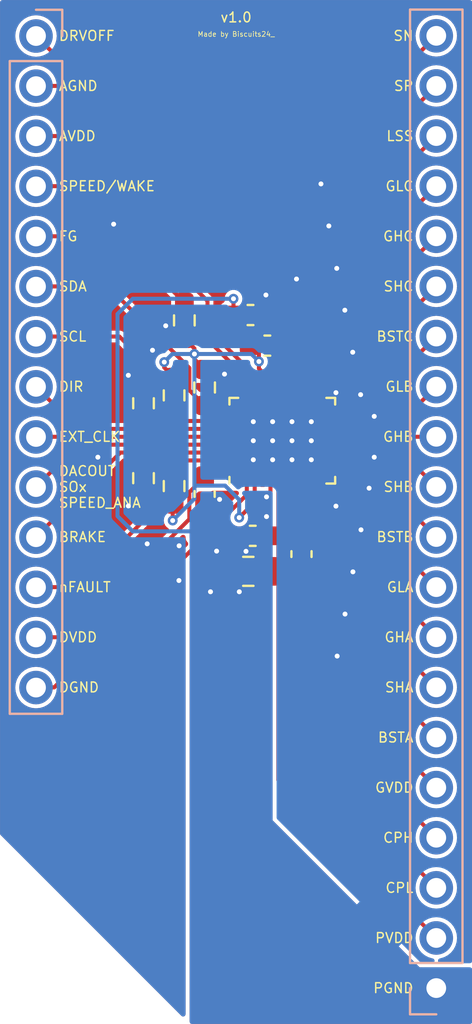
<source format=kicad_pcb>
(kicad_pcb (version 20221018) (generator pcbnew)
  (title_block (title "MCT8329A Breakout (25V max)") (date "2023-04-10") (rev "1.0") (company "Biscuits24_"))
  (layers (0 "F.Cu" signal) (31 "B.Cu" signal) (34 "B.Paste" user) (35 "F.Paste" user) (36 "B.SilkS" user "B.Silkscreen") (37 "F.SilkS" user "F.Silkscreen") (38 "B.Mask" user) (39 "F.Mask" user) (44 "Edge.Cuts" user))
  (net 0 "")
  (net 1 "DVDD")
  (net 2 "DGND")
  (net 3 "AVDD")
  (net 4 "GND")
  (net 5 "AGND")
  (net 6 "PVDD")
  (net 7 "/CPL")
  (net 8 "/CPH")
  (net 9 "/DRVOFF")
  (net 10 "/SPEED{slash}WAKE")
  (net 11 "/FG")
  (net 12 "/SDA")
  (net 13 "/SCL")
  (net 14 "/DIR")
  (net 15 "/EXT_CLK")
  (net 16 "/DACOUT{slash}SOx{slash}SPEED_ANA")
  (net 17 "/BRAKE")
  (net 18 "/nFAULT")
  (net 19 "/GVDD")
  (net 20 "/BSTA")
  (net 21 "/SHA")
  (net 22 "/GHA")
  (net 23 "/GLA")
  (net 24 "/BSTB")
  (net 25 "/SHB")
  (net 26 "/GHB")
  (net 27 "/GLB")
  (net 28 "/BSTC")
  (net 29 "/SHC")
  (net 30 "/GHC")
  (net 31 "/GLC")
  (net 32 "/LSS")
  (net 33 "/SP")
  (net 34 "/SN")
  (net 36 "PGND")
  (footprint "Capacitor_SMD:C_0805_2012Metric_Pad1.18x1.45mm_HandSolder" (layer "F.Cu") (at 143.307001 87.215 180)
    (fp_text reference "C5" hide)
    (fp_text value "10µF/50V" hide)
    (fp_line (start -0.261252 -0.735) (end 0.261252 -0.735) (stroke (width 0.12)) (layer "F.SilkS"))
    (fp_line (start -0.261252 0.735) (end 0.261252 0.735) (stroke (width 0.12)) (layer "F.SilkS"))
    (pad "1" smd roundrect (at -1.0375 0 180) (size 1.175 1.45) (layers "F.Cu" "F.Paste" "F.Mask") (roundrect_rratio 0.2127659574) (net 6 "PVDD"))
    (pad "2" smd roundrect (at 1.0375 0 180) (size 1.175 1.45) (layers "F.Cu" "F.Paste" "F.Mask") (roundrect_rratio 0.2127659574) (net 36 "PGND"))
  )
  (footprint "Capacitor_SMD:C_0603_1608Metric_Pad1.08x0.95mm_HandSolder" (layer "F.Cu") (at 146.003 86.34 90)
    (fp_text reference "C6" hide)
    (fp_text value "470nF/25V" hide)
    (fp_line (start -0.146267 -0.51) (end 0.146267 -0.51) (stroke (width 0.12)) (layer "F.SilkS"))
    (fp_line (start -0.146267 0.51) (end 0.146267 0.51) (stroke (width 0.12)) (layer "F.SilkS"))
    (pad "1" smd roundrect (at -0.8625 0 90) (size 1.075 0.95) (layers "F.Cu" "F.Paste" "F.Mask") (net 7 "/CPL"))
    (pad "2" smd roundrect (at 0.8625 0 90) (size 1.075 0.95) (layers "F.Cu" "F.Paste" "F.Mask") (net 8 "/CPH"))
  )
  (footprint "Capacitor_SMD:C_0603_1608Metric_Pad1.08x0.95mm_HandSolder" (layer "F.Cu") (at 143.417998 74.2253 180)
    (fp_text reference "C2" hide)
    (fp_text value "1µF/10V" hide)
    (fp_line (start -0.146267 -0.51) (end 0.146267 -0.51) (stroke (width 0.12)) (layer "F.SilkS"))
    (fp_line (start -0.146267 0.51) (end 0.146267 0.51) (stroke (width 0.12)) (layer "F.SilkS"))
    (pad "1" smd roundrect (at -0.8625 0 180) (size 1.075 0.95) (layers "F.Cu" "F.Paste" "F.Mask") (net 3 "AVDD"))
    (pad "2" smd roundrect (at 0.8625 0 180) (size 1.075 0.95) (layers "F.Cu" "F.Paste" "F.Mask") (net 36 "PGND"))
  )
  (footprint "Capacitor_SMD:C_0603_1608Metric_Pad1.08x0.95mm_HandSolder" (layer "F.Cu") (at 143.532001 85.415 180)
    (fp_text reference "C4" hide)
    (fp_text value "0.1µF/50V" hide)
    (fp_line (start -0.146267 -0.51) (end 0.146267 -0.51) (stroke (width 0.12)) (layer "F.SilkS"))
    (fp_line (start -0.146267 0.51) (end 0.146267 0.51) (stroke (width 0.12)) (layer "F.SilkS"))
    (pad "1" smd roundrect (at -0.8625 0 180) (size 1.075 0.95) (layers "F.Cu" "F.Paste" "F.Mask") (net 6 "PVDD"))
    (pad "2" smd roundrect (at 0.8625 0 180) (size 1.075 0.95) (layers "F.Cu" "F.Paste" "F.Mask") (net 36 "PGND"))
  )
  (footprint "Texas_Instruments:MCT8329A1IREER" (layer "F.Cu") (at 145.03 80.595 90)
    (fp_text reference "U1" hide)
    (fp_text value "MCT8329A" hide)
    (fp_line (start -2.1717 2.234739) (end -2.1717 2.6797) (stroke (width 0.12)) (layer "F.SilkS"))
    (fp_line (start -2.1717 2.6797) (end -1.83474 2.6797) (stroke (width 0.12)) (layer "F.SilkS"))
    (fp_line (start -1.83474 -2.6797) (end -2.1717 -2.6797) (stroke (width 0.12)) (layer "F.SilkS"))
    (fp_line (start 1.83474 2.6797) (end 2.1717 2.6797) (stroke (width 0.12)) (layer "F.SilkS"))
    (fp_line (start 2.1717 -2.6797) (end 1.83474 -2.6797) (stroke (width 0.12)) (layer "F.SilkS"))
    (fp_line (start 2.1717 -2.234739) (end 2.1717 -2.6797) (stroke (width 0.12)) (layer "F.SilkS"))
    (fp_line (start 2.1717 2.6797) (end 2.1717 2.234739) (stroke (width 0.12)) (layer "F.SilkS"))
    (pad "1" smd rect (at -1.9407 -1.799999 180) (size 0.204 0.807999) (layers "F.Cu" "F.Paste" "F.Mask") (net 2 "DGND"))
    (pad "2" smd rect (at -1.9407 -1.4 180) (size 0.204 0.807999) (layers "F.Cu" "F.Paste" "F.Mask") (net 3 "AVDD"))
    (pad "3" smd rect (at -1.9407 -1.000001 180) (size 0.204 0.807999) (layers "F.Cu" "F.Paste" "F.Mask"))
    (pad "4" smd rect (at -1.9407 -0.599999 180) (size 0.204 0.807999) (layers "F.Cu" "F.Paste" "F.Mask") (net 36 "PGND"))
    (pad "5" smd rect (at -1.9407 -0.2 180) (size 0.204 0.807999) (layers "F.Cu" "F.Paste" "F.Mask") (net 6 "PVDD"))
    (pad "6" smd rect (at -1.9407 0.2 180) (size 0.204 0.807999) (layers "F.Cu" "F.Paste" "F.Mask") (net 7 "/CPL"))
    (pad "7" smd rect (at -1.9407 0.599999 180) (size 0.204 0.807999) (layers "F.Cu" "F.Paste" "F.Mask") (net 8 "/CPH"))
    (pad "8" smd rect (at -1.9407 1.000001 180) (size 0.204 0.807999) (layers "F.Cu" "F.Paste" "F.Mask") (net 19 "/GVDD"))
    (pad "9" smd rect (at -1.9407 1.4 180) (size 0.204 0.807999) (layers "F.Cu" "F.Paste" "F.Mask") (net 20 "/BSTA"))
    (pad "10" smd rect (at -1.9407 1.799999 180) (size 0.204 0.807999) (layers "F.Cu" "F.Paste" "F.Mask") (net 21 "/SHA"))
    (pad "11" smd rect (at -1.4 2.4487 90) (size 0.204 0.807999) (layers "F.Cu" "F.Paste" "F.Mask") (net 22 "/GHA"))
    (pad "12" smd rect (at -1.000001 2.4487 90) (size 0.204 0.807999) (layers "F.Cu" "F.Paste" "F.Mask") (net 23 "/GLA"))
    (pad "13" smd rect (at -0.599999 2.4487 90) (size 0.204 0.807999) (layers "F.Cu" "F.Paste" "F.Mask") (net 24 "/BSTB"))
    (pad "14" smd rect (at -0.2 2.4487 90) (size 0.204 0.807999) (layers "F.Cu" "F.Paste" "F.Mask") (net 25 "/SHB"))
    (pad "15" smd rect (at 0.2 2.4487 90) (size 0.204 0.807999) (layers "F.Cu" "F.Paste" "F.Mask") (net 26 "/GHB"))
    (pad "16" smd rect (at 0.599999 2.4487 90) (size 0.204 0.807999) (layers "F.Cu" "F.Paste" "F.Mask") (net 27 "/GLB"))
    (pad "17" smd rect (at 1.000001 2.4487 90) (size 0.204 0.807999) (layers "F.Cu" "F.Paste" "F.Mask") (net 28 "/BSTC"))
    (pad "18" smd rect (at 1.4 2.4487 90) (size 0.204 0.807999) (layers "F.Cu" "F.Paste" "F.Mask") (net 29 "/SHC"))
    (pad "19" smd rect (at 1.9407 1.799999 180) (size 0.204 0.807999) (layers "F.Cu" "F.Paste" "F.Mask") (net 30 "/GHC"))
    (pad "20" smd rect (at 1.9407 1.4 180) (size 0.204 0.807999) (layers "F.Cu" "F.Paste" "F.Mask") (net 31 "/GLC"))
    (pad "21" smd rect (at 1.9407 1.000001 180) (size 0.204 0.807999) (layers "F.Cu" "F.Paste" "F.Mask") (net 32 "/LSS"))
    (pad "22" smd rect (at 1.9407 0.599999 180) (size 0.204 0.807999) (layers "F.Cu" "F.Paste" "F.Mask") (net 33 "/SP"))
    (pad "23" smd rect (at 1.9407 0.2 180) (size 0.204 0.807999) (layers "F.Cu" "F.Paste" "F.Mask") (net 34 "/SN"))
    (pad "24" smd rect (at 1.9407 -0.2 180) (size 0.204 0.807999) (layers "F.Cu" "F.Paste" "F.Mask") (net 9 "/DRVOFF"))
    (pad "25" smd rect (at 1.9407 -0.599999 180) (size 0.204 0.807999) (layers "F.Cu" "F.Paste" "F.Mask") (net 5 "AGND"))
    (pad "26" smd rect (at 1.9407 -1.000001 180) (size 0.204 0.807999) (layers "F.Cu" "F.Paste" "F.Mask") (net 3 "AVDD"))
    (pad "27" smd rect (at 1.9407 -1.4 180) (size 0.204 0.807999) (layers "F.Cu" "F.Paste" "F.Mask") (net 10 "/SPEED{slash}WAKE"))
    (pad "28" smd rect (at 1.9407 -1.799999 180) (size 0.204 0.807999) (layers "F.Cu" "F.Paste" "F.Mask") (net 11 "/FG"))
    (pad "29" smd rect (at 1.4 -2.4487 90) (size 0.204 0.807999) (layers "F.Cu" "F.Paste" "F.Mask") (net 12 "/SDA"))
    (pad "30" smd rect (at 1.000001 -2.4487 90) (size 0.204 0.807999) (layers "F.Cu" "F.Paste" "F.Mask") (net 13 "/SCL"))
    (pad "31" smd rect (at 0.599999 -2.4487 90) (size 0.204 0.807999) (layers "F.Cu" "F.Paste" "F.Mask") (net 14 "/DIR"))
    (pad "32" smd rect (at 0.2 -2.4487 90) (size 0.204 0.807999) (layers "F.Cu" "F.Paste" "F.Mask") (net 15 "/EXT_CLK"))
    (pad "33" smd rect (at -0.2 -2.4487 90) (size 0.204 0.807999) (layers "F.Cu" "F.Paste" "F.Mask") (net 16 "/DACOUT{slash}SOx{slash}SPEED_ANA"))
    (pad "34" smd rect (at -0.599999 -2.4487 90) (size 0.204 0.807999) (layers "F.Cu" "F.Paste" "F.Mask") (net 17 "/BRAKE"))
    (pad "35" smd rect (at -1.000001 -2.4487 90) (size 0.204 0.807999) (layers "F.Cu" "F.Paste" "F.Mask") (net 18 "/nFAULT"))
    (pad "36" smd rect (at -1.4 -2.4487 90) (size 0.204 0.807999) (layers "F.Cu" "F.Paste" "F.Mask") (net 1 "DVDD"))
    (pad "37" smd rect (at 0 0 90) (size 2.794 3.81) (layers "F.Cu" "F.Mask") (net 4 "GND"))
  )
  (footprint "Capacitor_SMD:C_0603_1608Metric_Pad1.08x0.95mm_HandSolder" (layer "F.Cu") (at 144.271999 75.7753)
    (fp_text reference "C3" hide)
    (fp_text value "1µF/6.3V" hide)
    (fp_line (start -0.146267 -0.51) (end 0.146267 -0.51) (stroke (width 0.12)) (layer "F.SilkS"))
    (fp_line (start -0.146267 0.51) (end 0.146267 0.51) (stroke (width 0.12)) (layer "F.SilkS"))
    (pad "1" smd roundrect (at -0.8625 0) (size 1.075 0.95) (layers "F.Cu" "F.Paste" "F.Mask") (net 3 "AVDD"))
    (pad "2" smd roundrect (at 0.8625 0) (size 1.075 0.95) (layers "F.Cu" "F.Paste" "F.Mask") (net 5 "AGND"))
  )
  (footprint "Resistor_SMD:R_0603_1608Metric_Pad0.98x0.95mm_HandSolder" (layer "F.Cu") (at 140.065 74.497 90)
    (fp_text reference "R6" hide)
    (fp_text value "5.1kΩ" hide)
    (fp_line (start -0.254724 -0.5225) (end 0.254724 -0.5225) (stroke (width 0.12)) (layer "F.SilkS"))
    (fp_line (start -0.254724 0.5225) (end 0.254724 0.5225) (stroke (width 0.12)) (layer "F.SilkS"))
    (pad "1" smd roundrect (at -0.9125 0 90) (size 0.975 0.95) (layers "F.Cu" "F.Paste" "F.Mask") (net 3 "AVDD"))
    (pad "2" smd roundrect (at 0.9125 0 90) (size 0.975 0.95) (layers "F.Cu" "F.Paste" "F.Mask") (net 11 "/FG"))
  )
  (footprint "Capacitor_SMD:C_0603_1608Metric_Pad1.08x0.95mm_HandSolder" (layer "F.Cu") (at 141.093 83.293 -90)
    (fp_text reference "C1" hide)
    (fp_text value "1µF/4V" hide)
    (fp_line (start -0.146267 -0.51) (end 0.146267 -0.51) (stroke (width 0.12)) (layer "F.SilkS"))
    (fp_line (start -0.146267 0.51) (end 0.146267 0.51) (stroke (width 0.12)) (layer "F.SilkS"))
    (pad "1" smd roundrect (at -0.8625 0 270) (size 1.075 0.95) (layers "F.Cu" "F.Paste" "F.Mask") (net 1 "DVDD"))
    (pad "2" smd roundrect (at 0.8625 0 270) (size 1.075 0.95) (layers "F.Cu" "F.Paste" "F.Mask") (net 36 "PGND"))
  )
  (footprint "Resistor_SMD:R_0603_1608Metric_Pad0.98x0.95mm_HandSolder" (layer "F.Cu") (at 139.545 78.296999 90)
    (fp_text reference "R3" hide)
    (fp_text value "5.1kΩ" hide)
    (fp_line (start -0.254724 -0.5225) (end 0.254724 -0.5225) (stroke (width 0.12)) (layer "F.SilkS"))
    (fp_line (start -0.254724 0.5225) (end 0.254724 0.5225) (stroke (width 0.12)) (layer "F.SilkS"))
    (pad "1" smd roundrect (at -0.9125 0 90) (size 0.975 0.95) (layers "F.Cu" "F.Paste" "F.Mask") (net 13 "/SCL"))
    (pad "2" smd roundrect (at 0.9125 0 90) (size 0.975 0.95) (layers "F.Cu" "F.Paste" "F.Mask") (net 3 "AVDD"))
  )
  (footprint "Resistor_SMD:R_0603_1608Metric_Pad0.98x0.95mm_HandSolder" (layer "F.Cu") (at 139.545 82.893001 90)
    (fp_text reference "R4" hide)
    (fp_text value "5.1kΩ" hide)
    (fp_line (start -0.254724 -0.5225) (end 0.254724 -0.5225) (stroke (width 0.12)) (layer "F.SilkS"))
    (fp_line (start -0.254724 0.5225) (end 0.254724 0.5225) (stroke (width 0.12)) (layer "F.SilkS"))
    (pad "1" smd roundrect (at -0.9125 0 90) (size 0.975 0.95) (layers "F.Cu" "F.Paste" "F.Mask") (net 3 "AVDD"))
    (pad "2" smd roundrect (at 0.9125 0 90) (size 0.975 0.95) (layers "F.Cu" "F.Paste" "F.Mask") (net 18 "/nFAULT"))
  )
  (footprint "Resistor_SMD:R_0603_1608Metric_Pad0.98x0.95mm_HandSolder" (layer "F.Cu") (at 141.093 77.897 90)
    (fp_text reference "R5" hide)
    (fp_text value "5.1kΩ" hide)
    (fp_line (start -0.254724 -0.5225) (end 0.254724 -0.5225) (stroke (width 0.12)) (layer "F.SilkS"))
    (fp_line (start -0.254724 0.5225) (end 0.254724 0.5225) (stroke (width 0.12)) (layer "F.SilkS"))
    (pad "1" smd roundrect (at -0.9125 0 90) (size 0.975 0.95) (layers "F.Cu" "F.Paste" "F.Mask") (net 12 "/SDA"))
    (pad "2" smd roundrect (at 0.9125 0 90) (size 0.975 0.95) (layers "F.Cu" "F.Paste" "F.Mask") (net 3 "AVDD"))
  )
  (footprint "Resistor_SMD:R_0603_1608Metric_Pad0.98x0.95mm_HandSolder" (layer "F.Cu") (at 137.995 78.697001 -90)
    (fp_text reference "R2" hide)
    (fp_text value "5.1kΩ" hide)
    (fp_line (start -0.254724 -0.5225) (end 0.254724 -0.5225) (stroke (width 0.12)) (layer "F.SilkS"))
    (fp_line (start -0.254724 0.5225) (end 0.254724 0.5225) (stroke (width 0.12)) (layer "F.SilkS"))
    (pad "1" smd roundrect (at -0.9125 0 270) (size 0.975 0.95) (layers "F.Cu" "F.Paste" "F.Mask") (net 4 "GND"))
    (pad "2" smd roundrect (at 0.9125 0 270) (size 0.975 0.95) (layers "F.Cu" "F.Paste" "F.Mask") (net 14 "/DIR"))
  )
  (footprint "Resistor_SMD:R_0603_1608Metric_Pad0.98x0.95mm_HandSolder" (layer "F.Cu") (at 137.995 82.492999 -90)
    (fp_text reference "R1" hide)
    (fp_text value "5.1kΩ" hide)
    (fp_line (start -0.254724 -0.5225) (end 0.254724 -0.5225) (stroke (width 0.12)) (layer "F.SilkS"))
    (fp_line (start -0.254724 0.5225) (end 0.254724 0.5225) (stroke (width 0.12)) (layer "F.SilkS"))
    (pad "1" smd roundrect (at -0.9125 0 270) (size 0.975 0.95) (layers "F.Cu" "F.Paste" "F.Mask") (net 17 "/BRAKE"))
    (pad "2" smd roundrect (at 0.9125 0 270) (size 0.975 0.95) (layers "F.Cu" "F.Paste" "F.Mask") (net 4 "GND"))
  )
  (footprint "Connector_PinHeader_2.54mm:PinHeader_1x20_P2.54mm_Vertical" (layer "B.Cu") (at 152.835 108.335)
    (fp_text reference "J2" hide)
    (fp_text value "Conn_01x20" hide)
    (fp_line (start -1.33 -49.59) (end 1.33 -49.59) (stroke (width 0.12)) (layer "B.SilkS"))
    (fp_line (start -1.33 -1.27) (end -1.33 -49.59) (stroke (width 0.12)) (layer "B.SilkS"))
    (fp_line (start -1.33 -1.27) (end 1.33 -1.27) (stroke (width 0.12)) (layer "B.SilkS"))
    (fp_line (start -1.33 0) (end -1.33 1.33) (stroke (width 0.12)) (layer "B.SilkS"))
    (fp_line (start -1.33 1.33) (end 0 1.33) (stroke (width 0.12)) (layer "B.SilkS"))
    (fp_line (start 1.33 -1.27) (end 1.33 -49.59) (stroke (width 0.12)) (layer "B.SilkS"))
    (pad "1" thru_hole circle (at 0 0) (size 1.7 1.7) (drill 1) (layers "*.Cu" "*.Mask") (net 36 "PGND"))
    (pad "2" thru_hole oval (at 0 -2.54) (size 1.7 1.7) (drill 1) (layers "*.Cu" "*.Mask") (net 6 "PVDD"))
    (pad "3" thru_hole oval (at 0 -5.08) (size 1.7 1.7) (drill 1) (layers "*.Cu" "*.Mask") (net 7 "/CPL"))
    (pad "4" thru_hole oval (at 0 -7.62) (size 1.7 1.7) (drill 1) (layers "*.Cu" "*.Mask") (net 8 "/CPH"))
    (pad "5" thru_hole oval (at 0 -10.16) (size 1.7 1.7) (drill 1) (layers "*.Cu" "*.Mask") (net 19 "/GVDD"))
    (pad "6" thru_hole oval (at 0 -12.7) (size 1.7 1.7) (drill 1) (layers "*.Cu" "*.Mask") (net 20 "/BSTA"))
    (pad "7" thru_hole oval (at 0 -15.24) (size 1.7 1.7) (drill 1) (layers "*.Cu" "*.Mask") (net 21 "/SHA"))
    (pad "8" thru_hole oval (at 0 -17.78) (size 1.7 1.7) (drill 1) (layers "*.Cu" "*.Mask") (net 22 "/GHA"))
    (pad "9" thru_hole oval (at 0 -20.32) (size 1.7 1.7) (drill 1) (layers "*.Cu" "*.Mask") (net 23 "/GLA"))
    (pad "10" thru_hole oval (at 0 -22.86) (size 1.7 1.7) (drill 1) (layers "*.Cu" "*.Mask") (net 24 "/BSTB"))
    (pad "11" thru_hole oval (at 0 -25.4) (size 1.7 1.7) (drill 1) (layers "*.Cu" "*.Mask") (net 25 "/SHB"))
    (pad "12" thru_hole oval (at 0 -27.94) (size 1.7 1.7) (drill 1) (layers "*.Cu" "*.Mask") (net 26 "/GHB"))
    (pad "13" thru_hole oval (at 0 -30.48) (size 1.7 1.7) (drill 1) (layers "*.Cu" "*.Mask") (net 27 "/GLB"))
    (pad "14" thru_hole oval (at 0 -33.02) (size 1.7 1.7) (drill 1) (layers "*.Cu" "*.Mask") (net 28 "/BSTC"))
    (pad "15" thru_hole oval (at 0 -35.56) (size 1.7 1.7) (drill 1) (layers "*.Cu" "*.Mask") (net 29 "/SHC"))
    (pad "16" thru_hole oval (at 0 -38.1) (size 1.7 1.7) (drill 1) (layers "*.Cu" "*.Mask") (net 30 "/GHC"))
    (pad "17" thru_hole oval (at 0 -40.64) (size 1.7 1.7) (drill 1) (layers "*.Cu" "*.Mask") (net 31 "/GLC"))
    (pad "18" thru_hole oval (at 0 -43.18) (size 1.7 1.7) (drill 1) (layers "*.Cu" "*.Mask") (net 32 "/LSS"))
    (pad "19" thru_hole oval (at 0 -45.72) (size 1.7 1.7) (drill 1) (layers "*.Cu" "*.Mask") (net 33 "/SP"))
    (pad "20" thru_hole oval (at 0 -48.26) (size 1.7 1.7) (drill 1) (layers "*.Cu" "*.Mask") (net 34 "/SN"))
  )
  (footprint "NetTie:NetTie-2_SMD_Pad2.0mm" (layer "B.Cu") (at 149.8 105.94 45)
    (fp_text reference "NT1" hide)
    (fp_text value "NetTie_2" hide)
    (fp_poly (pts (xy -2 1) (xy 2 1) (xy 2 -1) (xy -2 -1)) (fill solid) (layer "B.Cu"))
    (pad "1" smd circle (at -2 0 45) (size 2 2) (layers "B.Cu") (net 36 "PGND"))
    (pad "2" smd circle (at 2 0 45) (size 2 2) (layers "B.Cu") (net 4 "GND"))
  )
  (footprint "Connector_PinHeader_2.54mm:PinHeader_1x14_P2.54mm_Vertical" (layer "B.Cu") (at 132.545 60.085 180)
    (fp_text reference "J1" hide)
    (fp_text value "Conn_01x14" hide)
    (fp_line (start -1.33 -34.35) (end 1.33 -34.35) (stroke (width 0.12)) (layer "B.SilkS"))
    (fp_line (start -1.33 -1.27) (end -1.33 -34.35) (stroke (width 0.12)) (layer "B.SilkS"))
    (fp_line (start -1.33 -1.27) (end 1.33 -1.27) (stroke (width 0.12)) (layer "B.SilkS"))
    (fp_line (start -1.33 0) (end -1.33 1.33) (stroke (width 0.12)) (layer "B.SilkS"))
    (fp_line (start -1.33 1.33) (end 0 1.33) (stroke (width 0.12)) (layer "B.SilkS"))
    (fp_line (start 1.33 -1.27) (end 1.33 -34.35) (stroke (width 0.12)) (layer "B.SilkS"))
    (pad "1" thru_hole circle (at 0 0 180) (size 1.7 1.7) (drill 1) (layers "*.Cu" "*.Mask") (net 9 "/DRVOFF"))
    (pad "2" thru_hole oval (at 0 -2.54 180) (size 1.7 1.7) (drill 1) (layers "*.Cu" "*.Mask") (net 5 "AGND"))
    (pad "3" thru_hole oval (at 0 -5.08 180) (size 1.7 1.7) (drill 1) (layers "*.Cu" "*.Mask") (net 3 "AVDD"))
    (pad "4" thru_hole oval (at 0 -7.62 180) (size 1.7 1.7) (drill 1) (layers "*.Cu" "*.Mask") (net 10 "/SPEED{slash}WAKE"))
    (pad "5" thru_hole oval (at 0 -10.16 180) (size 1.7 1.7) (drill 1) (layers "*.Cu" "*.Mask") (net 11 "/FG"))
    (pad "6" thru_hole oval (at 0 -12.7 180) (size 1.7 1.7) (drill 1) (layers "*.Cu" "*.Mask") (net 12 "/SDA"))
    (pad "7" thru_hole oval (at 0 -15.24 180) (size 1.7 1.7) (drill 1) (layers "*.Cu" "*.Mask") (net 13 "/SCL"))
    (pad "8" thru_hole oval (at 0 -17.78 180) (size 1.7 1.7) (drill 1) (layers "*.Cu" "*.Mask") (net 14 "/DIR"))
    (pad "9" thru_hole oval (at 0 -20.32 180) (size 1.7 1.7) (drill 1) (layers "*.Cu" "*.Mask") (net 15 "/EXT_CLK"))
    (pad "10" thru_hole oval (at 0 -22.86 180) (size 1.7 1.7) (drill 1) (layers "*.Cu" "*.Mask") (net 16 "/DACOUT{slash}SOx{slash}SPEED_ANA"))
    (pad "11" thru_hole oval (at 0 -25.4 180) (size 1.7 1.7) (drill 1) (layers "*.Cu" "*.Mask") (net 17 "/BRAKE"))
    (pad "12" thru_hole oval (at 0 -27.94 180) (size 1.7 1.7) (drill 1) (layers "*.Cu" "*.Mask") (net 18 "/nFAULT"))
    (pad "13" thru_hole oval (at 0 -30.48 180) (size 1.7 1.7) (drill 1) (layers "*.Cu" "*.Mask") (net 1 "DVDD"))
    (pad "14" thru_hole oval (at 0 -33.02 180) (size 1.7 1.7) (drill 1) (layers "*.Cu" "*.Mask") (net 2 "DGND"))
  )
  (footprint "NetTie:NetTie-2_SMD_Pad2.0mm" (layer "B.Cu") (at 149.09 105.23 45)
    (fp_text reference "NT1" hide)
    (fp_text value "NetTie_2" hide)
    (fp_poly (pts (xy -2 1) (xy 2 1) (xy 2 -1) (xy -2 -1)) (fill solid) (layer "B.Cu"))
    (pad "1" smd circle (at -2.000001 0 45) (size 2 2) (layers "B.Cu") (net 36 "PGND"))
    (pad "2" smd circle (at 2.000001 0 45) (size 2 2) (layers "B.Cu") (net 4 "GND"))
  )
  (gr_line (start 130.72 58.26) (end 130.72 100.55) (stroke (width 0.001)) (layer "Edge.Cuts"))
  (gr_line (start 140.33 110.16) (end 154.66 110.16) (stroke (width 0.001)) (layer "Edge.Cuts"))
  (gr_line (start 154.66 110.16) (end 154.66 58.26) (stroke (width 0.001)) (layer "Edge.Cuts"))
  (gr_line (start 154.66 58.26) (end 130.72 58.26) (stroke (width 0.001)) (layer "Edge.Cuts"))
  (gr_line (start 130.72 100.55) (end 140.33 110.16) (stroke (width 0.001)) (layer "Edge.Cuts"))
  (gr_text "GHA" (at 151.72 90.555) (layer "F.SilkS") (effects (font (size 0.5 0.5) (thickness 0.075)) (justify right)))
  (gr_text "FG" (at 133.66 70.235) (layer "F.SilkS") (effects (font (size 0.5 0.5) (thickness 0.075)) (justify left)))
  (gr_text "BSTB" (at 151.72 85.475) (layer "F.SilkS") (effects (font (size 0.5 0.5) (thickness 0.075)) (justify right)))
  (gr_text "SHB" (at 151.72 82.935) (layer "F.SilkS") (effects (font (size 0.5 0.5) (thickness 0.075)) (justify right)))
  (gr_text "v1.0" (at 142.69 59.14) (layer "F.SilkS") (effects (font (size 0.5 0.5) (thickness 0.075))))
  (gr_text "SPEED/WAKE" (at 133.66 67.695) (layer "F.SilkS") (effects (font (size 0.5 0.5) (thickness 0.075)) (justify left)))
  (gr_text "SP" (at 151.72 62.615) (layer "F.SilkS") (effects (font (size 0.5 0.5) (thickness 0.075)) (justify right)))
  (gr_text "GLA" (at 151.72 88.015) (layer "F.SilkS") (effects (font (size 0.5 0.5) (thickness 0.075)) (justify right)))
  (gr_text "GVDD" (at 151.72 98.175) (layer "F.SilkS") (effects (font (size 0.5 0.5) (thickness 0.075)) (justify right)))
  (gr_text "GLC" (at 151.72 67.695) (layer "F.SilkS") (effects (font (size 0.5 0.5) (thickness 0.075)) (justify right)))
  (gr_text "SHA" (at 151.72 93.095) (layer "F.SilkS") (effects (font (size 0.5 0.5) (thickness 0.075)) (justify right)))
  (gr_text "GHB" (at 151.72 80.395) (layer "F.SilkS") (effects (font (size 0.5 0.5) (thickness 0.075)) (justify right)))
  (gr_text "LSS" (at 151.72 65.155) (layer "F.SilkS") (effects (font (size 0.5 0.5) (thickness 0.075)) (justify right)))
  (gr_text "SCL" (at 133.66 75.315) (layer "F.SilkS") (effects (font (size 0.5 0.5) (thickness 0.075)) (justify left)))
  (gr_text "SN" (at 151.72 60.075) (layer "F.SilkS") (effects (font (size 0.5 0.5) (thickness 0.075)) (justify right)))
  (gr_text "SDA" (at 133.66 72.775) (layer "F.SilkS") (effects (font (size 0.5 0.5) (thickness 0.075)) (justify left)))
  (gr_text "DIR" (at 133.66 77.855) (layer "F.SilkS") (effects (font (size 0.5 0.5) (thickness 0.075)) (justify left)))
  (gr_text "BSTA" (at 151.72 95.635) (layer "F.SilkS") (effects (font (size 0.5 0.5) (thickness 0.075)) (justify right)))
  (gr_text "GLB" (at 151.72 77.855) (layer "F.SilkS") (effects (font (size 0.5 0.5) (thickness 0.075)) (justify right)))
  (gr_text "DRVOFF" (at 133.66 60.075) (layer "F.SilkS") (effects (font (size 0.5 0.5) (thickness 0.075)) (justify left)))
  (gr_text "SHC" (at 151.72 72.775) (layer "F.SilkS") (effects (font (size 0.5 0.5) (thickness 0.075)) (justify right)))
  (gr_text "DGND" (at 133.66 93.095) (layer "F.SilkS") (effects (font (size 0.5 0.5) (thickness 0.075)) (justify left)))
  (gr_text "PGND" (at 151.72 108.335) (layer "F.SilkS") (effects (font (size 0.5 0.5) (thickness 0.075)) (justify right)))
  (gr_text "DVDD" (at 133.66 90.555) (layer "F.SilkS") (effects (font (size 0.5 0.5) (thickness 0.075)) (justify left)))
  (gr_text "AVDD" (at 133.66 65.155) (layer "F.SilkS") (effects (font (size 0.5 0.5) (thickness 0.075)) (justify left)))
  (gr_text "PVDD" (at 151.72 105.795) (layer "F.SilkS") (effects (font (size 0.5 0.5) (thickness 0.075)) (justify right)))
  (gr_text "BSTC" (at 151.72 75.315) (layer "F.SilkS") (effects (font (size 0.5 0.5) (thickness 0.075)) (justify right)))
  (gr_text "nFAULT" (at 133.66 88.015) (layer "F.SilkS") (effects (font (size 0.5 0.5) (thickness 0.075)) (justify left)))
  (gr_text "CPH" (at 151.72 100.715) (layer "F.SilkS") (effects (font (size 0.5 0.5) (thickness 0.075)) (justify right)))
  (gr_text "AGND" (at 133.66 62.615) (layer "F.SilkS") (effects (font (size 0.5 0.5) (thickness 0.075)) (justify left)))
  (gr_text "BRAKE" (at 133.66 85.475) (layer "F.SilkS") (effects (font (size 0.5 0.5) (thickness 0.075)) (justify left)))
  (gr_text "CPL" (at 151.72 103.255) (layer "F.SilkS") (effects (font (size 0.5 0.5) (thickness 0.075)) (justify right)))
  (gr_text "Made by Biscuits24_" (at 142.69 59.99) (layer "F.SilkS") (effects (font (size 0.25 0.25) (thickness 0.0375))))
  (gr_text "GHC" (at 151.72 70.235) (layer "F.SilkS") (effects (font (size 0.5 0.5) (thickness 0.075)) (justify right)))
  (gr_text "DACOUT\nSOx\nSPEED_ANA" (at 133.66 82.935) (layer "F.SilkS") (effects (font (size 0.5 0.5) (thickness 0.075)) (justify left)))
  (gr_text "EXT_CLK" (at 133.66 80.395) (layer "F.SilkS") (effects (font (size 0.5 0.5) (thickness 0.075)) (justify left)))
  (segment (start 140.318 83.2055) (end 141.093 82.4305) (width 0.204) (layer "F.Cu") (net 1))
  (segment (start 142.5813 81.995) (end 141.251801 81.995) (width 0.204) (layer "F.Cu") (net 1))
  (segment (start 134.332848 90.555) (end 140.318 84.569848) (width 0.204) (layer "F.Cu") (net 1))
  (segment (start 140.318 84.569848) (end 140.318 83.2055) (width 0.204) (layer "F.Cu") (net 1))
  (segment (start 132.545 90.555) (end 134.332848 90.555) (width 0.204) (layer "F.Cu") (net 1))
  (segment (start 143.230001 82.5357) (end 143.230001 83.33215) (width 0.204) (layer "F.Cu") (net 2))
  (segment (start 143.230001 83.33215) (end 133.467151 93.095) (width 0.204) (layer "F.Cu") (net 2))
  (segment (start 133.467151 93.095) (end 132.545 93.095) (width 0.204) (layer "F.Cu") (net 2))
  (segment (start 139.472858 84.64) (end 139.472858 83.877643) (width 0.204) (layer "F.Cu") (net 3))
  (segment (start 143.845 76.58) (end 143.845 74.21) (width 0.204) (layer "F.Cu") (net 3))
  (segment (start 140.575 76.4665) (end 141.093 76.9845) (width 0.204) (layer "F.Cu") (net 3))
  (segment (start 143.845 76.939926) (end 144.029999 77.124925) (width 0.204) (layer "F.Cu") (net 3))
  (segment (start 135.210198 65.155) (end 144.280498 74.2253) (width 0.204) (layer "F.Cu") (net 3))
  (segment (start 144.029999 78.6543) (end 144.029999 77.124999) (width 0.204) (layer "F.Cu") (net 3))
  (segment (start 140.575 76.2) (end 140.575 76.4665) (width 0.204) (layer "F.Cu") (net 3))
  (segment (start 143.845 76.58) (end 143.845 76.939926) (width 0.204) (layer "F.Cu") (net 3))
  (segment (start 140.575 76.2) (end 140.575 75.9195) (width 0.204) (layer "F.Cu") (net 3))
  (segment (start 143.63 83.707141) (end 143.63 82.5357) (width 0.204) (layer "F.Cu") (net 3))
  (segment (start 142.845 84.492141) (end 143.63 83.707141) (width 0.204) (layer "F.Cu") (net 3))
  (segment (start 140.575 75.9195) (end 140.065 75.4095) (width 0.204) (layer "F.Cu") (net 3))
  (segment (start 132.545 65.155) (end 135.210198 65.155) (width 0.204) (layer "F.Cu") (net 3))
  (segment (start 139.045 76.61) (end 139.045 76.884499) (width 0.204) (layer "F.Cu") (net 3))
  (segment (start 139.045 76.884499) (end 139.545 77.384499) (width 0.204) (layer "F.Cu") (net 3))
  (via micro (at 140.575 76.2) (size 0.5) (drill 0.25) (layers "F.Cu" "B.Cu") (net 3))
  (via micro (at 142.845 84.492141) (size 0.5) (drill 0.25) (layers "F.Cu" "B.Cu") (net 3))
  (via micro (at 139.045 76.61) (size 0.5) (drill 0.25) (layers "F.Cu" "B.Cu") (net 3))
  (via micro (at 143.845 76.58) (size 0.5) (drill 0.25) (layers "F.Cu" "B.Cu") (net 3))
  (via micro (at 139.472858 84.64) (size 0.5) (drill 0.25) (layers "F.Cu" "B.Cu") (net 3))
  (segment (start 142.845 83.585) (end 142.13 82.87) (width 0.204) (layer "B.Cu") (net 3))
  (segment (start 142.13 82.87) (end 140.58 82.87) (width 0.204) (layer "B.Cu") (net 3))
  (segment (start 143.465 76.2) (end 143.845 76.58) (width 0.204) (layer "B.Cu") (net 3))
  (segment (start 140.575 76.2) (end 139.455 76.2) (width 0.204) (layer "B.Cu") (net 3))
  (segment (start 139.472858 84.64) (end 140.575 83.537858) (width 0.204) (layer "B.Cu") (net 3))
  (segment (start 140.575 83.537858) (end 140.575 82.875) (width 0.204) (layer "B.Cu") (net 3))
  (segment (start 142.845 84.492141) (end 142.845 83.585) (width 0.204) (layer "B.Cu") (net 3))
  (segment (start 139.455 76.2) (end 139.045 76.61) (width 0.204) (layer "B.Cu") (net 3))
  (segment (start 140.575 82.875) (end 140.575 76.2) (width 0.204) (layer "B.Cu") (net 3))
  (segment (start 140.575 76.2) (end 143.465 76.2) (width 0.204) (layer "B.Cu") (net 3))
  (via micro (at 145.52 79.63) (size 0.5) (drill 0.25) (layers "F.Cu" "B.Cu") (net 4))
  (via micro (at 144.54 80.595) (size 0.5) (drill 0.25) (layers "F.Cu" "B.Cu") (net 4))
  (via micro (at 149.02 85.11) (size 0.5) (drill 0.25) (layers "F.Cu" "B.Cu") (net 4))
  (via micro (at 146.5 81.56) (size 0.5) (drill 0.25) (layers "F.Cu" "B.Cu") (net 4))
  (via micro (at 147.79 71.86) (size 0.5) (drill 0.25) (layers "F.Cu" "B.Cu") (net 4))
  (via micro (at 144.54 79.63) (size 0.5) (drill 0.25) (layers "F.Cu" "B.Cu") (net 4))
  (via micro (at 149 78.26) (size 0.5) (drill 0.25) (layers "F.Cu" "B.Cu") (net 4))
  (via micro (at 144.2 73.21) (size 0.5) (drill 0.25) (layers "F.Cu" "B.Cu") (net 4))
  (via micro (at 147.75 83.91) (size 0.5) (drill 0.25) (layers "F.Cu" "B.Cu") (net 4))
  (via micro (at 137.225 83.9) (size 0.5) (drill 0.25) (layers "F.Cu" "B.Cu") (net 4))
  (via micro (at 145.52 80.595) (size 0.5) (drill 0.25) (layers "F.Cu" "B.Cu") (net 4))
  (via micro (at 149.69 79.36) (size 0.5) (drill 0.25) (layers "F.Cu" "B.Cu") (net 4))
  (via micro (at 149.69 81.43) (size 0.5) (drill 0.25) (layers "F.Cu" "B.Cu") (net 4))
  (via micro (at 147.81 91.51) (size 0.5) (drill 0.25) (layers "F.Cu" "B.Cu") (net 4))
  (via micro (at 142.1 77.22) (size 0.5) (drill 0.25) (layers "F.Cu" "B.Cu") (net 4))
  (via micro (at 148.21 89.38) (size 0.5) (drill 0.25) (layers "F.Cu" "B.Cu") (net 4))
  (via micro (at 143.56 79.63) (size 0.5) (drill 0.25) (layers "F.Cu" "B.Cu") (net 4))
  (via micro (at 145.52 81.56) (size 0.5) (drill 0.25) (layers "F.Cu" "B.Cu") (net 4))
  (via micro (at 146.5 79.63) (size 0.5) (drill 0.25) (layers "F.Cu" "B.Cu") (net 4))
  (via micro (at 149.43 83) (size 0.5) (drill 0.25) (layers "F.Cu" "B.Cu") (net 4))
  (via micro (at 145.75 72.4) (size 0.5) (drill 0.25) (layers "F.Cu" "B.Cu") (net 4))
  (via micro (at 138.45 76.01) (size 0.5) (drill 0.25) (layers "F.Cu" "B.Cu") (net 4))
  (via micro (at 137.225 77.28) (size 0.5) (drill 0.25) (layers "F.Cu" "B.Cu") (net 4))
  (via micro (at 148.61 87.24) (size 0.5) (drill 0.25) (layers "F.Cu" "B.Cu") (net 4))
  (via micro (at 139.8 85.92) (size 0.5) (drill 0.25) (layers "F.Cu" "B.Cu") (net 4))
  (via micro (at 135.68 81.43) (size 0.5) (drill 0.25) (layers "F.Cu" "B.Cu") (net 4))
  (via micro (at 136.48 69.62) (size 0.5) (drill 0.25) (layers "F.Cu" "B.Cu") (net 4))
  (via micro (at 146.99 67.58) (size 0.5) (drill 0.25) (layers "F.Cu" "B.Cu") (net 4))
  (via micro (at 139.12 74.77) (size 0.5) (drill 0.25) (layers "F.Cu" "B.Cu") (net 4))
  (via micro (at 148.2 73.98) (size 0.5) (drill 0.25) (layers "F.Cu" "B.Cu") (net 4))
  (via micro (at 147.39 69.71) (size 0.5) (drill 0.25) (layers "F.Cu" "B.Cu") (net 4))
  (via micro (at 144.54 81.56) (size 0.5) (drill 0.25) (layers "F.Cu" "B.Cu") (net 4))
  (via micro (at 146.5 80.595) (size 0.5) (drill 0.25) (layers "F.Cu" "B.Cu") (net 4))
  (via micro (at 143.56 80.595) (size 0.5) (drill 0.25) (layers "F.Cu" "B.Cu") (net 4))
  (via micro (at 139.79 87.68) (size 0.5) (drill 0.25) (layers "F.Cu" "B.Cu") (net 4))
  (via micro (at 143.56 81.56) (size 0.5) (drill 0.25) (layers "F.Cu" "B.Cu") (net 4))
  (via micro (at 138.18 85.82) (size 0.5) (drill 0.25) (layers "F.Cu" "B.Cu") (net 4))
  (via micro (at 148.6 76.11) (size 0.5) (drill 0.25) (layers "F.Cu" "B.Cu") (net 4))
  (via micro (at 147.75 78.16) (size 0.5) (drill 0.25) (layers "F.Cu" "B.Cu") (net 4))
  (segment (start 144.430001 77.204999) (end 144.695 76.94) (width 0.204) (layer "F.Cu") (net 5))
  (segment (start 145.134499 73.230185) (end 134.519314 62.615) (width 0.204) (layer "F.Cu") (net 5))
  (segment (start 145.134499 75.7753) (end 145.134499 73.230185) (width 0.204) (layer "F.Cu") (net 5))
  (segment (start 144.430001 78.6543) (end 144.430001 77.204999) (width 0.204) (layer "F.Cu") (net 5))
  (segment (start 134.519314 62.615) (end 132.545 62.615) (width 0.204) (layer "F.Cu") (net 5))
  (segment (start 144.698999 76.936001) (end 144.698999 75.73) (width 0.204) (layer "F.Cu") (net 5))
  (segment (start 144.829999 85.415) (end 144.829999 97.789999) (width 0.204) (layer "F.Cu") (net 6))
  (segment (start 144.829999 97.789999) (end 152.835 105.795) (width 0.204) (layer "F.Cu") (net 6))
  (segment (start 144.83 82.5357) (end 144.83 85.365) (width 0.204) (layer "F.Cu") (net 6))
  (segment (start 146 86.767) (end 145.57 86.767) (width 0.204) (layer "F.Cu") (net 7))
  (segment (start 146.375999 96.79) (end 146.375999 87.575999) (width 0.204) (layer "F.Cu") (net 7))
  (segment (start 146.375999 87.575999) (end 146.01 87.21) (width 0.204) (layer "F.Cu") (net 7))
  (segment (start 145.23 82.5357) (end 145.23 86.4295) (width 0.204) (layer "F.Cu") (net 7))
  (segment (start 145.23 86.4295) (end 146.003 87.2025) (width 0.204) (layer "F.Cu") (net 7))
  (segment (start 152.840999 103.255) (end 146.375999 96.79) (width 0.204) (layer "F.Cu") (net 7))
  (segment (start 145.63 85.45) (end 145.9755 85.45) (width 0.204) (layer "F.Cu") (net 8))
  (segment (start 146.776 94.656) (end 152.835 100.715) (width 0.204) (layer "F.Cu") (net 8))
  (segment (start 145.629999 82.5357) (end 145.629999 85.45) (width 0.204) (layer "F.Cu") (net 8))
  (segment (start 146.776 86.2505) (end 146.776 94.656) (width 0.204) (layer "F.Cu") (net 8))
  (segment (start 145.9755 85.45) (end 146.003 85.4775) (width 0.204) (layer "F.Cu") (net 8))
  (segment (start 146.003 85.4775) (end 146.776 86.2505) (width 0.204) (layer "F.Cu") (net 8))
  (segment (start 145.969999 73.499999) (end 132.545 60.075) (width 0.204) (layer "F.Cu") (net 9))
  (segment (start 145.969999 76.236571) (end 145.969999 73.499999) (width 0.204) (layer "F.Cu") (net 9))
  (segment (start 144.830001 77.376569) (end 145.969999 76.236571) (width 0.204) (layer "F.Cu") (net 9))
  (segment (start 144.83 78.6543) (end 144.830001 77.376569) (width 0.204) (layer "F.Cu") (net 9))
  (segment (start 135.420311 67.695) (end 132.545 67.695) (width 0.204) (layer "F.Cu") (net 10))
  (segment (start 141.238 73.512689) (end 135.420311 67.695) (width 0.204) (layer "F.Cu") (net 10))
  (segment (start 143.63 77.290612) (end 141.238 74.898612) (width 0.204) (layer "F.Cu") (net 10))
  (segment (start 143.63 78.6543) (end 143.63 77.290612) (width 0.204) (layer "F.Cu") (net 10))
  (segment (start 141.238 74.898612) (end 141.238 73.512689) (width 0.204) (layer "F.Cu") (net 10))
  (segment (start 140.838 75.064297) (end 143.230001 77.456299) (width 0.204) (layer "F.Cu") (net 11))
  (segment (start 132.545 70.235) (end 136.7155 70.235) (width 0.204) (layer "F.Cu") (net 11))
  (segment (start 136.7155 70.235) (end 140.065 73.5845) (width 0.204) (layer "F.Cu") (net 11))
  (segment (start 140.065 73.5845) (end 140.838 74.3575) (width 0.204) (layer "F.Cu") (net 11))
  (segment (start 143.230001 77.456299) (end 143.230001 78.6543) (width 0.204) (layer "F.Cu") (net 11))
  (segment (start 140.838 74.3575) (end 140.838 75.064297) (width 0.204) (layer "F.Cu") (net 11))
  (segment (start 142.5813 79.195) (end 141.09 79.195) (width 0.204) (layer "F.Cu") (net 12))
  (segment (start 140.32 76.909311) (end 136.185689 72.775) (width 0.204) (layer "F.Cu") (net 12))
  (segment (start 136.185689 72.775) (end 132.545 72.775) (width 0.204) (layer "F.Cu") (net 12))
  (segment (start 140.32 78.0365) (end 140.32 76.909311) (width 0.204) (layer "F.Cu") (net 12))
  (segment (start 141.093 78.8095) (end 140.32 78.0365) (width 0.204) (layer "F.Cu") (net 12))
  (segment (start 138.772 77.31669) (end 136.77031 75.315) (width 0.204) (layer "F.Cu") (net 13))
  (segment (start 142.5813 79.594999) (end 139.599999 79.594999) (width 0.204) (layer "F.Cu") (net 13))
  (segment (start 138.772 77.31669) (end 138.772 78.436499) (width 0.204) (layer "F.Cu") (net 13))
  (segment (start 136.77031 75.315) (end 132.545 75.315) (width 0.204) (layer "F.Cu") (net 13))
  (segment (start 138.772 78.436499) (end 139.545 79.209499) (width 0.204) (layer "F.Cu") (net 13))
  (segment (start 134.685 79.995) (end 142.5813 79.995001) (width 0.204) (layer "F.Cu") (net 14))
  (segment (start 132.545 77.855) (end 134.685 79.995) (width 0.204) (layer "F.Cu") (net 14))
  (segment (start 142.5813 80.395) (end 132.545 80.395) (width 0.204) (layer "F.Cu") (net 15))
  (segment (start 134.685 80.795) (end 132.545 82.935) (width 0.204) (layer "F.Cu") (net 16))
  (segment (start 142.5813 80.795) (end 134.685 80.795) (width 0.204) (layer "F.Cu") (net 16))
  (segment (start 136.825 81.195) (end 142.5813 81.194999) (width 0.204) (layer "F.Cu") (net 17))
  (segment (start 132.545 85.475) (end 136.825 81.195) (width 0.204) (layer "F.Cu") (net 17))
  (segment (start 139.469999 81.595001) (end 142.5813 81.595001) (width 0.204) (layer "F.Cu") (net 18))
  (segment (start 138.768 82.757501) (end 139.545 81.980501) (width 0.204) (layer "F.Cu") (net 18))
  (segment (start 134.63031 88.015) (end 138.768 83.87731) (width 0.204) (layer "F.Cu") (net 18))
  (segment (start 138.768 83.87731) (end 138.768 82.757501) (width 0.204) (layer "F.Cu") (net 18))
  (segment (start 132.545 88.015) (end 134.63031 88.015) (width 0.204) (layer "F.Cu") (net 18))
  (segment (start 146.030001 82.5357) (end 146.030001 84.20969) (width 0.204) (layer "F.Cu") (net 19))
  (segment (start 147.176 92.516) (end 152.835 98.175) (width 0.204) (layer "F.Cu") (net 19))
  (segment (start 146.030001 84.20969) (end 147.176 85.355689) (width 0.204) (layer "F.Cu") (net 19))
  (segment (start 147.176 85.355689) (end 147.176 92.516) (width 0.204) (layer "F.Cu") (net 19))
  (segment (start 146.429999 84.044002) (end 147.576 85.190004) (width 0.204) (layer "F.Cu") (net 20))
  (segment (start 147.576 85.190004) (end 147.576 90.376) (width 0.204) (layer "F.Cu") (net 20))
  (segment (start 147.576 90.376) (end 152.835 95.635) (width 0.204) (layer "F.Cu") (net 20))
  (segment (start 146.43 82.5357) (end 146.429999 84.044002) (width 0.204) (layer "F.Cu") (net 20))
  (segment (start 147.976 85.024319) (end 147.976 88.236) (width 0.204) (layer "F.Cu") (net 21))
  (segment (start 146.829999 83.878316) (end 147.976 85.024319) (width 0.204) (layer "F.Cu") (net 21))
  (segment (start 147.976 88.236) (end 152.835 93.095) (width 0.204) (layer "F.Cu") (net 21))
  (segment (start 146.829999 82.5357) (end 146.829999 83.878316) (width 0.204) (layer "F.Cu") (net 21))
  (segment (start 152.835 90.555) (end 148.376 86.096) (width 0.204) (layer "F.Cu") (net 22))
  (segment (start 148.376 86.096) (end 148.376 82.441) (width 0.204) (layer "F.Cu") (net 22))
  (segment (start 148.376 82.441) (end 147.93 81.995) (width 0.204) (layer "F.Cu") (net 22))
  (segment (start 147.93 81.995) (end 147.4787 81.995) (width 0.204) (layer "F.Cu") (net 22))
  (segment (start 148.776 83.956) (end 152.835 88.015) (width 0.204) (layer "F.Cu") (net 23))
  (segment (start 147.4787 81.595001) (end 148.095687 81.595001) (width 0.204) (layer "F.Cu") (net 23))
  (segment (start 148.776 82.275314) (end 148.776 83.956) (width 0.204) (layer "F.Cu") (net 23))
  (segment (start 148.095687 81.595001) (end 148.776 82.275314) (width 0.204) (layer "F.Cu") (net 23))
  (segment (start 147.4787 81.194999) (end 148.554999 81.194999) (width 0.204) (layer "F.Cu") (net 24))
  (segment (start 148.554999 81.194999) (end 152.835 85.475) (width 0.204) (layer "F.Cu") (net 24))
  (segment (start 150.695 80.795) (end 152.835 82.935) (width 0.204) (layer "F.Cu") (net 25))
  (segment (start 147.4787 80.795) (end 150.695 80.795) (width 0.204) (layer "F.Cu") (net 25))
  (segment (start 147.4787 80.395) (end 152.835 80.395) (width 0.204) (layer "F.Cu") (net 26))
  (segment (start 150.695 79.995) (end 152.835 77.855) (width 0.204) (layer "F.Cu") (net 27))
  (segment (start 147.4787 79.995001) (end 150.695 79.995) (width 0.204) (layer "F.Cu") (net 27))
  (segment (start 148.555 79.595) (end 152.835 75.315) (width 0.204) (layer "F.Cu") (net 28))
  (segment (start 147.4787 79.594999) (end 148.555 79.595) (width 0.204) (layer "F.Cu") (net 28))
  (segment (start 147.4787 79.195) (end 147.93 79.195) (width 0.204) (layer "F.Cu") (net 29))
  (segment (start 148.369999 77.240001) (end 152.835 72.775) (width 0.204) (layer "F.Cu") (net 29))
  (segment (start 148.369999 78.755001) (end 148.369999 77.240001) (width 0.204) (layer "F.Cu") (net 29))
  (segment (start 147.93 79.195) (end 148.369999 78.755001) (width 0.204) (layer "F.Cu") (net 29))
  (segment (start 147.969999 77.065) (end 147.969999 75.100001) (width 0.204) (layer "F.Cu") (net 30))
  (segment (start 146.829999 78.6543) (end 146.829999 78.205001) (width 0.204) (layer "F.Cu") (net 30))
  (segment (start 146.829999 78.205001) (end 147.969999 77.065) (width 0.204) (layer "F.Cu") (net 30))
  (segment (start 147.969999 75.100001) (end 152.835 70.235) (width 0.204) (layer "F.Cu") (net 30))
  (segment (start 146.43 78.6543) (end 146.43 78.039314) (width 0.204) (layer "F.Cu") (net 31))
  (segment (start 146.43 78.039314) (end 147.569999 76.899315) (width 0.204) (layer "F.Cu") (net 31))
  (segment (start 147.569999 76.899315) (end 147.569999 72.960001) (width 0.204) (layer "F.Cu") (net 31))
  (segment (start 147.569999 72.960001) (end 152.835 67.695) (width 0.204) (layer "F.Cu") (net 31))
  (segment (start 147.169999 70.820001) (end 152.835 65.155) (width 0.204) (layer "F.Cu") (net 32))
  (segment (start 146.030001 78.6543) (end 146.03 77.873628) (width 0.204) (layer "F.Cu") (net 32))
  (segment (start 147.169999 76.733626) (end 147.169999 70.820001) (width 0.204) (layer "F.Cu") (net 32))
  (segment (start 146.03 77.873628) (end 147.169999 76.733626) (width 0.204) (layer "F.Cu") (net 32))
  (segment (start 146.769999 68.680001) (end 152.835 62.615) (width 0.204) (layer "F.Cu") (net 33))
  (segment (start 145.629999 78.6543) (end 145.63 77.707942) (width 0.204) (layer "F.Cu") (net 33))
  (segment (start 145.63 77.707942) (end 146.769999 76.567941) (width 0.204) (layer "F.Cu") (net 33))
  (segment (start 146.769999 76.567941) (end 146.769999 68.680001) (width 0.204) (layer "F.Cu") (net 33))
  (segment (start 145.230001 77.542255) (end 146.369999 76.402256) (width 0.204) (layer "F.Cu") (net 34))
  (segment (start 146.369999 66.540001) (end 152.835 60.075) (width 0.204) (layer "F.Cu") (net 34))
  (segment (start 146.369999 76.402256) (end 146.369999 66.540001) (width 0.204) (layer "F.Cu") (net 34))
  (segment (start 145.23 78.6543) (end 145.230001 77.542255) (width 0.204) (layer "F.Cu") (net 34))
  (segment (start 142.555498 73.4) (end 142.555498 74.2253) (width 0.204) (layer "F.Cu") (net 36))
  (segment (start 144.430001 82.5357) (end 144.430001 83.794999) (width 0.204) (layer "F.Cu") (net 36))
  (via micro (at 141.85 83.57) (size 0.5) (drill 0.25) (layers "F.Cu" "B.Cu") (net 36))
  (via micro (at 142.555498 73.4) (size 0.5) (drill 0.25) (layers "F.Cu" "B.Cu") (net 36))
  (via micro (at 143.19 86.2) (size 0.5) (drill 0.25) (layers "F.Cu" "B.Cu") (net 36))
  (via micro (at 141.7 86.19) (size 0.5) (drill 0.25) (layers "F.Cu" "B.Cu") (net 36))
  (via micro (at 141.39 88.25) (size 0.5) (drill 0.25) (layers "F.Cu" "B.Cu") (net 36))
  (via micro (at 142.85 88.25) (size 0.5) (drill 0.25) (layers "F.Cu" "B.Cu") (net 36))
  (via micro (at 144.23 83.44) (size 0.5) (drill 0.25) (layers "F.Cu" "B.Cu") (net 36))
  (via micro (at 144.23 84.44) (size 0.5) (drill 0.25) (layers "F.Cu" "B.Cu") (net 36))
  (segment (start 137.448 85.188) (end 141.062 85.188) (width 0.204) (layer "B.Cu") (net 36))
  (segment (start 142.555498 73.4) (end 137.45 73.4) (width 0.204) (layer "B.Cu") (net 36))
  (segment (start 136.677 84.417) (end 137.448 85.188) (width 0.204) (layer "B.Cu") (net 36))
  (segment (start 136.677 74.173) (end 136.677 84.417) (width 0.204) (layer "B.Cu") (net 36))
  (segment (start 137.45 73.4) (end 136.677 74.173) (width 0.204) (layer "B.Cu") (net 36))
  (zone (net 0) (net_name "") (layer "F.Cu") (connect_pads (clearance 0)) (min_thickness 0.254)
    (keepout (tracks allowed) (vias allowed) (pads allowed) (copperpour not_allowed) (footprints allowed))
    (fill (thermal_gap 0.508) (thermal_bridge_width 0.508))
    (polygon (pts (xy 146.24 84.12) (xy 147.38 85.26) (xy 147.38 92.42) (xy 152.08 97.12) (xy 154.66 97.12) (xy 154.66 107.29) (xy 152.16 107.29) (xy 144.65 99.78) (xy 144.65 83.13) (xy 146.24 83.13)))
  )
  (zone (net 4) (net_name "GND") (layers "F&B.Cu") (connect_pads yes (clearance 0)) (min_thickness 0.254) (fill yes (thermal_gap 0.508) (thermal_bridge_width 0.508))
    (polygon (pts (xy 154.66 110.16) (xy 140.33 110.16) (xy 130.72 100.55) (xy 130.72 58.26) (xy 154.66 58.26)))
  )
  (zone (net 36) (net_name "PGND") (layers "F&B.Cu") (priority 1) (connect_pads yes (clearance 0)) (min_thickness 0.254) (fill yes (thermal_gap 0.508) (thermal_bridge_width 0.508))
    (polygon (pts (xy 140.33 83.13) (xy 144.54 83.13) (xy 144.54 99.83) (xy 151.99 107.28) (xy 154.66 107.28) (xy 154.66 110.16) (xy 140.33 110.16) (xy 140.33 100.12)))
  )
)
</source>
